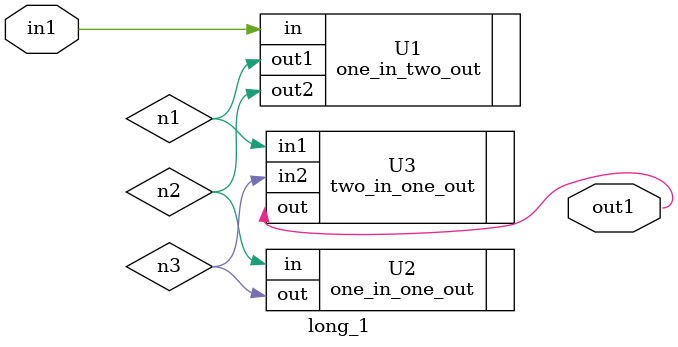
<source format=v>
module long_1
  (
    input in1,
    output out1
  );

  one_in_two_out U1 ( .in(in1), .out1(n1), .out2(n2) );
  one_in_one_out U2 ( .in(n2), .out(n3) );
  two_in_one_out U3 ( .in1(n1), .in2(n3), .out(out1) );

endmodule


</source>
